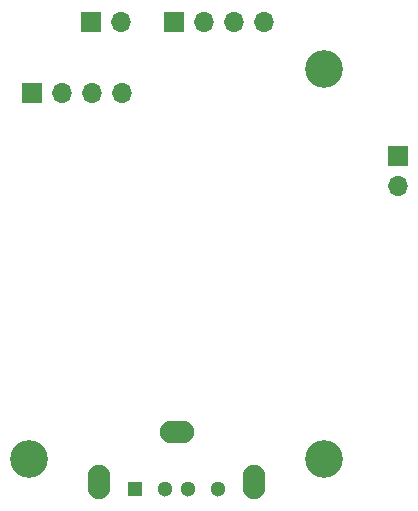
<source format=gbr>
%TF.GenerationSoftware,KiCad,Pcbnew,(6.0.1)*%
%TF.CreationDate,2022-04-08T22:05:58-07:00*%
%TF.ProjectId,well-depth-battery,77656c6c-2d64-4657-9074-682d62617474,1*%
%TF.SameCoordinates,Original*%
%TF.FileFunction,Soldermask,Bot*%
%TF.FilePolarity,Negative*%
%FSLAX46Y46*%
G04 Gerber Fmt 4.6, Leading zero omitted, Abs format (unit mm)*
G04 Created by KiCad (PCBNEW (6.0.1)) date 2022-04-08 22:05:58*
%MOMM*%
%LPD*%
G01*
G04 APERTURE LIST*
%ADD10R,1.700000X1.700000*%
%ADD11O,1.700000X1.700000*%
%ADD12R,1.300000X1.300000*%
%ADD13C,1.300000*%
%ADD14O,1.900000X2.900000*%
%ADD15O,2.900000X1.900000*%
%ADD16C,3.200000*%
G04 APERTURE END LIST*
D10*
%TO.C,J4*%
X78750000Y-78500000D03*
D11*
X81290000Y-78500000D03*
%TD*%
D12*
%TO.C,J5*%
X82500000Y-118000000D03*
D13*
X85000000Y-118000000D03*
X87000000Y-118000000D03*
X89500000Y-118000000D03*
D14*
X92570000Y-117400000D03*
X79430000Y-117400000D03*
D15*
X86000000Y-113220000D03*
%TD*%
D10*
%TO.C,J2*%
X73750000Y-84500000D03*
D11*
X76290000Y-84500000D03*
X78830000Y-84500000D03*
X81370000Y-84500000D03*
%TD*%
D10*
%TO.C,J3*%
X85750000Y-78500000D03*
D11*
X88290000Y-78500000D03*
X90830000Y-78500000D03*
X93370000Y-78500000D03*
%TD*%
D16*
%TO.C,H1*%
X73500000Y-115500000D03*
%TD*%
%TO.C,H2*%
X98500000Y-82500000D03*
%TD*%
%TO.C,H3*%
X98500000Y-115500000D03*
%TD*%
D10*
%TO.C,J1*%
X104780000Y-89855000D03*
D11*
X104780000Y-92395000D03*
%TD*%
M02*

</source>
